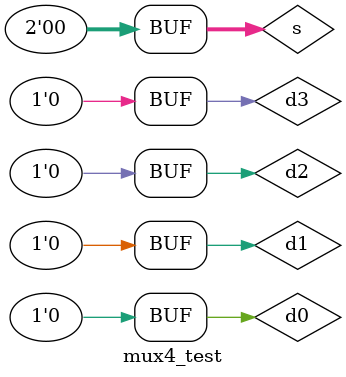
<source format=sv>
module mux4_test;

// Put your code here
// ------------------

  // Signal declarations
    // Gate output wires
    logic z;

    // Gate inputs
    logic d0;
    logic d1;
    logic d2;
    logic d3;
	logic [1:0] s;
	
	mux4 mux4_inst(
	.d0(d0),
	.d1(d1),
	.d2(d2),
	.d3(d3),
	.sel(s),
	.z(z)
);
	
    // The testbench: try different input combinations at different points
    // of time - change values every 10 time units.
    initial begin
		d0 = 1'b0;
		d1 = 1'b0;
		d2 = 1'b0;
		d3 = 1'b0;
		s[0] = 0;
		s[1] = 0;
		
		#50
		d0 = 1'b1;
		
		#50
		d0 = 1'b0;
		
		#50;
	end
	

// End of your code

endmodule

</source>
